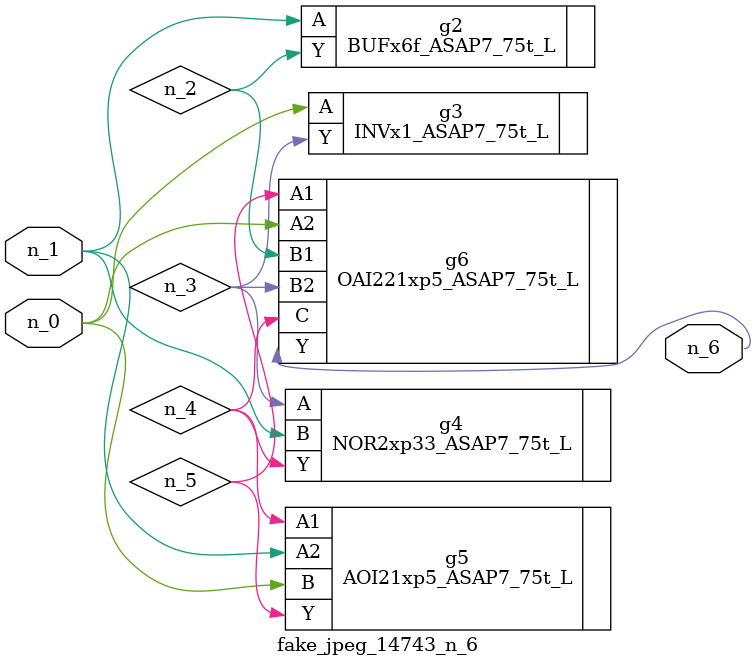
<source format=v>
module fake_jpeg_14743_n_6 (n_0, n_1, n_6);

input n_0;
input n_1;

output n_6;

wire n_3;
wire n_2;
wire n_4;
wire n_5;

BUFx6f_ASAP7_75t_L g2 ( 
.A(n_1),
.Y(n_2)
);

INVx1_ASAP7_75t_L g3 ( 
.A(n_0),
.Y(n_3)
);

NOR2xp33_ASAP7_75t_L g4 ( 
.A(n_3),
.B(n_1),
.Y(n_4)
);

AOI21xp5_ASAP7_75t_L g5 ( 
.A1(n_4),
.A2(n_1),
.B(n_0),
.Y(n_5)
);

OAI221xp5_ASAP7_75t_L g6 ( 
.A1(n_5),
.A2(n_0),
.B1(n_2),
.B2(n_3),
.C(n_4),
.Y(n_6)
);


endmodule
</source>
